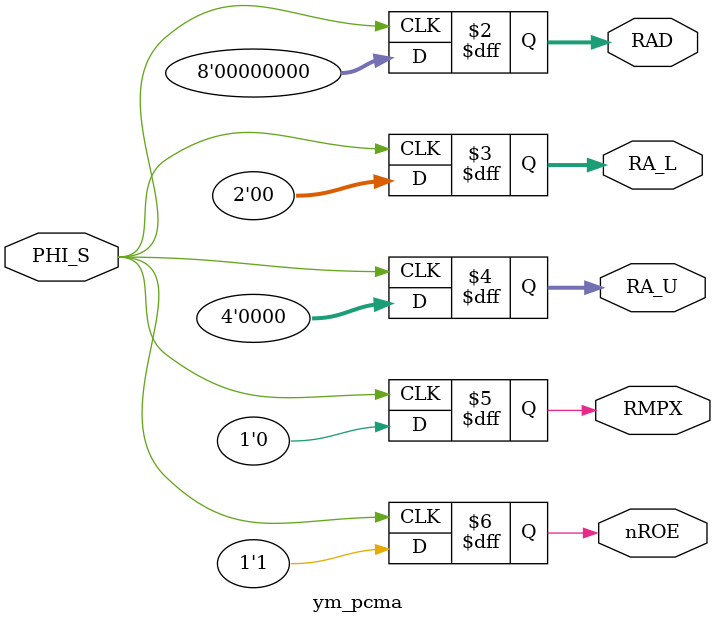
<source format=v>
`timescale 10ns/10ns

module ym_pcma(
	input PHI_S,
	output reg [7:0] RAD,
	output reg [9:8] RA_L,
	output reg [23:20] RA_U,
	output reg RMPX,
	output reg nROE
);

	always @(posedge PHI_S)		// posedge ?
	begin
		RAD <= 8'b00000000;
		RA_L <= 2'b00;
		RA_U <= 4'b0000;
		RMPX <= 0;
		nROE <= 1;
	end
	
endmodule

</source>
